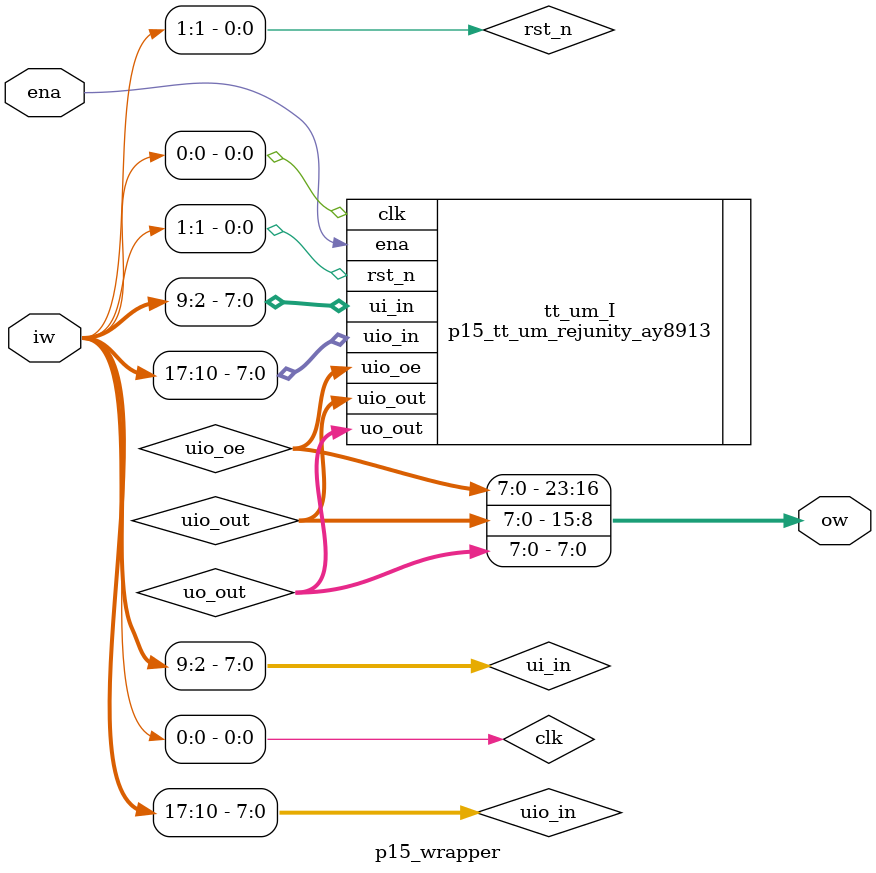
<source format=v>
`default_nettype none

module p15_wrapper (
  input wire ena,
  input wire [17:0] iw,
  output wire [23:0] ow
);

wire [7:0] uio_in;
wire [7:0] uio_out;
wire [7:0] uio_oe;
wire [7:0] uo_out;
wire [7:0] ui_in;
wire clk;
wire rst_n;

assign { uio_in, ui_in, rst_n, clk} = iw;
assign ow = { uio_oe, uio_out, uo_out };

p15_tt_um_rejunity_ay8913 tt_um_I (
  .uio_in  (uio_in),
  .uio_out (uio_out),
  .uio_oe  (uio_oe),
  .uo_out  (uo_out),
  .ui_in   (ui_in),
  .ena     (ena),
  .clk     (clk),
  .rst_n   (rst_n)
);

endmodule

</source>
